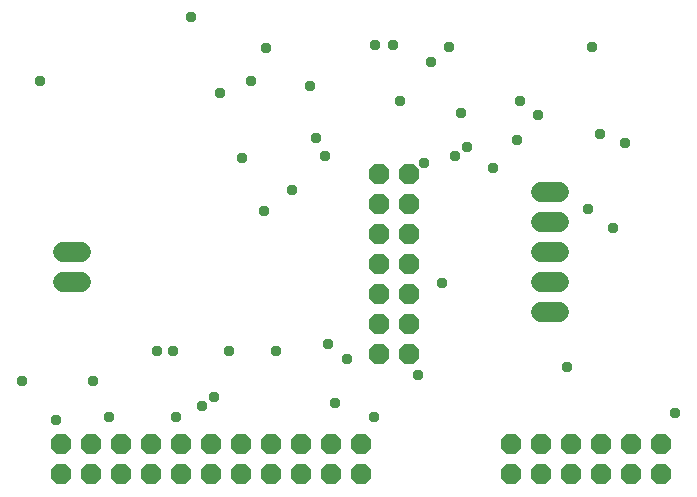
<source format=gbr>
G04 EAGLE Gerber RS-274X export*
G75*
%MOMM*%
%FSLAX34Y34*%
%LPD*%
%INSoldermask Top*%
%IPPOS*%
%AMOC8*
5,1,8,0,0,1.08239X$1,22.5*%
G01*
%ADD10C,1.727200*%
%ADD11P,1.869504X8X22.500000*%
%ADD12P,1.869504X8X202.500000*%
%ADD13P,1.869504X8X292.500000*%
%ADD14C,0.959600*%


D10*
X520700Y365760D02*
X535940Y365760D01*
X535940Y340360D02*
X520700Y340360D01*
X520700Y314960D02*
X535940Y314960D01*
X535940Y289560D02*
X520700Y289560D01*
X520700Y264160D02*
X535940Y264160D01*
X130810Y314960D02*
X115570Y314960D01*
X115570Y289560D02*
X130810Y289560D01*
D11*
X571500Y127000D03*
X596900Y127000D03*
X622300Y127000D03*
X571500Y152400D03*
X596900Y152400D03*
X622300Y152400D03*
D12*
X546100Y127000D03*
X520700Y127000D03*
X495300Y127000D03*
X546100Y152400D03*
X520700Y152400D03*
X495300Y152400D03*
X215900Y127000D03*
X190500Y127000D03*
X165100Y127000D03*
X139700Y127000D03*
X114300Y127000D03*
X215900Y152400D03*
X190500Y152400D03*
X165100Y152400D03*
X139700Y152400D03*
X114300Y152400D03*
D13*
X383540Y381000D03*
X408940Y381000D03*
X383540Y355600D03*
X408940Y355600D03*
X383540Y330200D03*
X408940Y330200D03*
X383540Y304800D03*
X408940Y304800D03*
X383540Y279400D03*
X408940Y279400D03*
X383540Y254000D03*
X408940Y254000D03*
X383540Y228600D03*
X408940Y228600D03*
D12*
X292100Y127000D03*
X266700Y127000D03*
X241300Y127000D03*
X292100Y152400D03*
X266700Y152400D03*
X241300Y152400D03*
D11*
X317500Y127000D03*
X342900Y127000D03*
X368300Y127000D03*
X317500Y152400D03*
X342900Y152400D03*
X368300Y152400D03*
D14*
X81250Y206250D03*
X141250Y206250D03*
X155000Y175000D03*
X110000Y172500D03*
X211250Y175000D03*
X325000Y455990D03*
X633750Y178750D03*
X591250Y407500D03*
X223750Y513750D03*
X208750Y231250D03*
X421250Y390000D03*
X380000Y490000D03*
X457500Y403750D03*
X452500Y432500D03*
X395000Y490000D03*
X309900Y367640D03*
X330000Y411330D03*
X401250Y442500D03*
X427500Y476250D03*
X542500Y217500D03*
X500000Y410000D03*
X563750Y488750D03*
X581250Y335000D03*
X356290Y224860D03*
X416250Y211250D03*
X480000Y386250D03*
X436250Y288750D03*
X442500Y488750D03*
X96250Y460000D03*
X275000Y460000D03*
X296250Y231250D03*
X340140Y237480D03*
X195000Y231250D03*
X447500Y396250D03*
X337500Y396250D03*
X570000Y415000D03*
X502500Y442500D03*
X560000Y351250D03*
X517500Y431250D03*
X286250Y349800D03*
X248750Y450000D03*
X243750Y192500D03*
X256250Y231250D03*
X233750Y185000D03*
X346250Y187500D03*
X378810Y175080D03*
X287500Y487500D03*
X267500Y395000D03*
M02*

</source>
